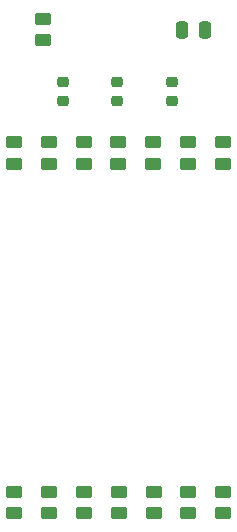
<source format=gbr>
G04 #@! TF.GenerationSoftware,KiCad,Pcbnew,(7.0.0-0)*
G04 #@! TF.CreationDate,2023-04-18T09:29:12+01:00*
G04 #@! TF.ProjectId,GAL26Adapter,47414c32-3641-4646-9170-7465722e6b69,rev?*
G04 #@! TF.SameCoordinates,Original*
G04 #@! TF.FileFunction,Paste,Top*
G04 #@! TF.FilePolarity,Positive*
%FSLAX46Y46*%
G04 Gerber Fmt 4.6, Leading zero omitted, Abs format (unit mm)*
G04 Created by KiCad (PCBNEW (7.0.0-0)) date 2023-04-18 09:29:12*
%MOMM*%
%LPD*%
G01*
G04 APERTURE LIST*
G04 Aperture macros list*
%AMRoundRect*
0 Rectangle with rounded corners*
0 $1 Rounding radius*
0 $2 $3 $4 $5 $6 $7 $8 $9 X,Y pos of 4 corners*
0 Add a 4 corners polygon primitive as box body*
4,1,4,$2,$3,$4,$5,$6,$7,$8,$9,$2,$3,0*
0 Add four circle primitives for the rounded corners*
1,1,$1+$1,$2,$3*
1,1,$1+$1,$4,$5*
1,1,$1+$1,$6,$7*
1,1,$1+$1,$8,$9*
0 Add four rect primitives between the rounded corners*
20,1,$1+$1,$2,$3,$4,$5,0*
20,1,$1+$1,$4,$5,$6,$7,0*
20,1,$1+$1,$6,$7,$8,$9,0*
20,1,$1+$1,$8,$9,$2,$3,0*%
G04 Aperture macros list end*
%ADD10RoundRect,0.250000X0.450000X-0.262500X0.450000X0.262500X-0.450000X0.262500X-0.450000X-0.262500X0*%
%ADD11RoundRect,0.250000X-0.450000X0.262500X-0.450000X-0.262500X0.450000X-0.262500X0.450000X0.262500X0*%
%ADD12RoundRect,0.218750X-0.256250X0.218750X-0.256250X-0.218750X0.256250X-0.218750X0.256250X0.218750X0*%
%ADD13RoundRect,0.218750X0.256250X-0.218750X0.256250X0.218750X-0.256250X0.218750X-0.256250X-0.218750X0*%
%ADD14RoundRect,0.250000X-0.250000X-0.475000X0.250000X-0.475000X0.250000X0.475000X-0.250000X0.475000X0*%
G04 APERTURE END LIST*
D10*
X146620000Y-99570000D03*
X146620000Y-97745000D03*
D11*
X131870000Y-97745000D03*
X131870000Y-99570000D03*
X137800000Y-127347500D03*
X137800000Y-129172500D03*
D10*
X131370000Y-89130000D03*
X131370000Y-87305000D03*
D12*
X137680000Y-92695000D03*
X137680000Y-94270000D03*
D13*
X142270000Y-94230000D03*
X142270000Y-92655000D03*
D11*
X134820000Y-97745000D03*
X134820000Y-99570000D03*
X128920000Y-97745000D03*
X128920000Y-99570000D03*
X128950000Y-127347500D03*
X128950000Y-129172500D03*
D13*
X133090000Y-94230000D03*
X133090000Y-92655000D03*
D11*
X143700000Y-127347500D03*
X143700000Y-129172500D03*
D10*
X140720000Y-99570000D03*
X140720000Y-97745000D03*
X143670000Y-99570000D03*
X143670000Y-97745000D03*
D11*
X134850000Y-127347500D03*
X134850000Y-129172500D03*
D10*
X137770000Y-99570000D03*
X137770000Y-97745000D03*
D11*
X146650000Y-127347500D03*
X146650000Y-129172500D03*
X140750000Y-127347500D03*
X140750000Y-129172500D03*
D14*
X143170000Y-88220000D03*
X145070000Y-88220000D03*
D11*
X131900000Y-127347500D03*
X131900000Y-129172500D03*
M02*

</source>
